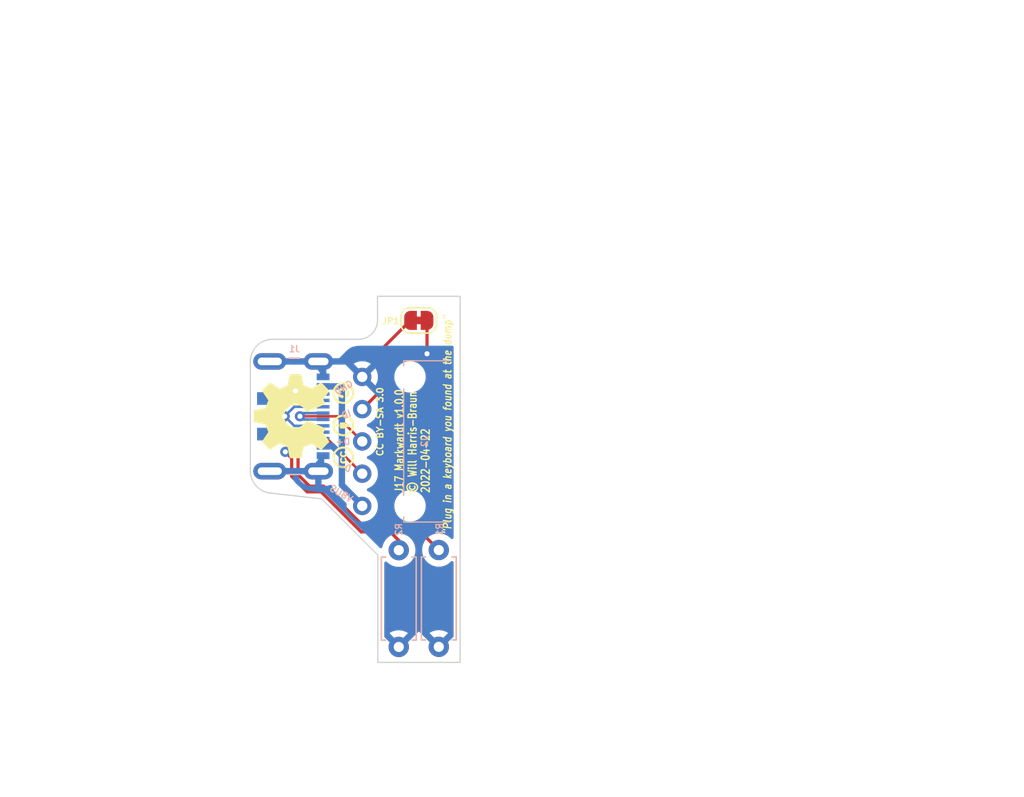
<source format=kicad_pcb>
(kicad_pcb (version 20211014) (generator pcbnew)
  (title_block (comment 4 "AISLER Project ID: IFRABZNE"))
  (layers (0 "F.Cu" signal) (31 "B.Cu" signal) (34 "B.Paste" user) (35 "F.Paste" user) (36 "B.SilkS" user "B.Silkscreen") (37 "F.SilkS" user "F.Silkscreen") (38 "B.Mask" user) (39 "F.Mask" user) (44 "Edge.Cuts" user))
  (net 0 "")
  (net 2 "Net-(J1-PadB5)")
  (net 4 "Net-(J1-PadA5)")
  (net 5 "/VBUS")
  (net 6 "/D+")
  (net 7 "/D-")
  (net 8 "/ID")
  (net 9 "/GND")
  (footprint "Jumper:SolderJumper-2_P1.3mm_Bridged_RoundedPad1.0x1.5mm" (layer "F.Cu") (at 128.688021 71.75179 180)
    (fp_text reference "JP1")
    (fp_text value "SolderJumper_2_Bridged" hide)
  )
  (footprint "MyLibrary:8292200520001101" (layer "F.Cu") (at 124.238021 76.2)
    (fp_text reference "J2")
    (fp_text value "829-22-005-20-001101" hide)
  )
  (footprint "Symbol:OSHW-Symbol_6.7x6mm_SilkScreen" (layer "F.Cu") (at 118.688021 79.30179 90)
    (fp_text reference "REF**" hide)
    (fp_text value "OSHW-Symbol_6.7x6mm_SilkScreen" hide)
  )
  (footprint "Connector_USB:USB_C_Receptacle_JAE_DX07S016JA1R1500" (layer "B.Cu") (at 118.113997 79.30179 90)
    (fp_text reference "J1")
    (fp_text value "USB_C_Receptacle_USB2.0" hide)
  )
  (footprint "Resistor_THT:R_Axial_DIN0207_L6.3mm_D2.5mm_P7.62mm_Horizontal" (layer "B.Cu") (at 127.113021 97.46179 90)
    (fp_text reference "R2")
    (fp_text value "5.1k")
  )
  (footprint "Resistor_THT:R_Axial_DIN0207_L6.3mm_D2.5mm_P7.62mm_Horizontal" (layer "B.Cu") (at 130.263021 97.45179 90)
    (fp_text reference "R1")
    (fp_text value "5.1k")
  )
  (gr_poly (pts (xy 122.489472 82.74842) (xy 122.490899 82.729807) (xy 122.493284 82.711892) (xy 122.496627 82.694675) (xy 122.500928 82.678155) (xy 122.506186 82.662333) (xy 122.512402 82.647208) (xy 122.519575 82.632781) (xy 122.527706 82.61905) (xy 122.536795 82.606016) (xy 122.54684 82.593679) (xy 122.557843 82.582039) (xy 122.569803 82.571095) (xy 122.58272 82.560847) (xy 122.596594 82.551295) (xy 122.611425 82.542439) (xy 122.611426 82.542439) (xy 122.670401 82.655866) (xy 122.665771 82.65817) (xy 122.661317 82.660538) (xy 122.657038 82.66297) (xy 122.652935 82.665466) (xy 122.649009 82.668026) (xy 122.645258 82.670651) (xy 122.641685 82.67334) (xy 122.638287 82.676093) (xy 122.635067 82.678911) (xy 122.632023 82.681793) (xy 122.629157 82.68474) (xy 122.626467 82.687752) (xy 122.623955 82.690829) (xy 122.62162 82.69397) (xy 122.619464 82.697177) (xy 122.617484 82.700448) (xy 122.615658 82.703742) (xy 122.613949 82.707007) (xy 122.612357 82.710241) (xy 122.610882 82.713446) (xy 122.609525 82.716622) (xy 122.608286 82.719767) (xy 122.607164 82.722884) (xy 122.60616 82.72597) (xy 122.605274 82.729028) (xy 122.604506 82.732056) (xy 122.603856 82.735054) (xy 122.603324 82.738023) (xy 122.602909 82.740963) (xy 122.602614 82.743874) (xy 122.602436 82.746755) (xy 122.602377 82.749608) (xy 122.602523 82.756581) (xy 122.602961 82.763334) (xy 122.603692 82.769865) (xy 122.604715 82.776176) (xy 122.60603 82.782265) (xy 122.607637 82.788133) (xy 122.609537 82.79378) (xy 122.611729 82.799205) (xy 122.614213 82.80441) (xy 122.61699 82.809393) (xy 122.620059 82.814155) (xy 122.62342 82.818696) (xy 122.627074 82.823015) (xy 122.63102 82.827113) (xy 122.635258 82.830989) (xy 122.639789 82.834645) (xy 122.644612 82.838079) (xy 122.649727 82.841291) (xy 122.655135 82.844282) (xy 122.660836 82.847052) (xy 122.666828 82.8496) (xy 122.673114 82.851927) (xy 122.679691 82.854032) (xy 122.686561 82.855916) (xy 122.693724 82.857578) (xy 122.701179 82.859018) (xy 122.708926 82.860237) (xy 122.716966 82.861235) (xy 122.725299 82.862011) (xy 122.733924 82.862565) (xy 122.742841 82.862897) (xy 122.752052 82.863008) (xy 122.760448 82.862896) (xy 122.768631 82.862559) (xy 122.776601 82.861998) (xy 122.784358 82.861213) (xy 122.791903 82.860203) (xy 122.799234 82.858969) (xy 122.806353 82.85751) (xy 122.81326 82.855828) (xy 122.819954 82.853921) (xy 122.826435 82.85179) (xy 122.832705 82.849435) (xy 122.838763 82.846856) (xy 122.844608 82.844053) (xy 122.850242 82.841027) (xy 122.855664 82.837776) (xy 122.860875 82.834301) (xy 122.86582 82.830603) (xy 122.870447 82.826692) (xy 122.874755 82.822568) (xy 122.878744 82.818232) (xy 122.880618 82.815984) (xy 122.882414 82.813683) (xy 122.884129 82.811329) (xy 122.885765 82.808922) (xy 122.887321 82.806461) (xy 122.888797 82.803948) (xy 122.890193 82.801381) (xy 122.89151 82.798761) (xy 122.893904 82.793361) (xy 122.895979 82.787749) (xy 122.897735 82.781924) (xy 122.899172 82.775886) (xy 122.900289 82.769635) (xy 122.901088 82.763172) (xy 122.901567 82.756496) (xy 122.901726 82.749608) (xy 122.901443 82.740517) (xy 122.900592 82.731769) (xy 122.899173 82.723364) (xy 122.897188 82.715302) (xy 122.894635 82.707582) (xy 122.891516 82.700205) (xy 122.887829 82.69317) (xy 122.883576 82.686478) (xy 122.878756 82.680128) (xy 122.873369 82.67412) (xy 122.867415 82.668455) (xy 122.860895 82.663131) (xy 122.853809 82.65815) (xy 122.846156 82.65351) (xy 122.837937 82.649212) (xy 122.829151 82.645256) (xy 122.882068 82.540957) (xy 122.889718 82.545215) (xy 122.89716 82.549674) (xy 122.904395 82.554333) (xy 122.911422 82.559194) (xy 122.918242 82.564255) (xy 122.924855 82.569517) (xy 122.93126 82.574981) (xy 122.937458 82.580645) (xy 122.943449 82.58651) (xy 122.949233 82.592576) (xy 122.95481 82.598843) (xy 122.96018 82.605311) (xy 122.965343 82.611979) (xy 122.9703 82.618849) (xy 122.97505 82.625919) (xy 122.979593 82.633191) (xy 122.983899 82.640601) (xy 122.987926 82.648107) (xy 122.991676 82.655709) (xy 122.995147 82.663407) (xy 122.998339 82.6712) (xy 123.001254 82.679089) (xy 123.003891 82.687073) (xy 123.00625 82.695153) (xy 123.008331 82.703328) (xy 123.010134 82.711598) (xy 123.01166 82.719963) (xy 123.012908 82.728422) (xy 123.013879 82.736977) (xy 123.014572 82.745626) (xy 123.014988 82.754369) (xy 123.015127 82.763207) (xy 123.014855 82.77721) (xy 123.014041 82.79087) (xy 123.012684 82.804189) (xy 123.010784 82.817166) (xy 123.008341 82.829801) (xy 123.005354 82.842093) (xy 123.001824 82.854043) (xy 122.99775 82.865651) (xy 122.993132 82.876915) (xy 122.987971 82.887838) (xy 122.982265 82.898417) (xy 122.976015 82.908653) (xy 122.96922 82.918546) (xy 122.961881 82.928096) (xy 122.953997 82.937303) (xy 122.945568 82.946167) (xy 122.936663 82.954586) (xy 122.927334 82.962463) (xy 122.917579 82.969797) (xy 122.907399 82.976587) (xy 122.896793 82.982834) (xy 122.885763 82.988538) (xy 122.874307 82.993699) (xy 122.862426 82.998316) (xy 122.85012 83.00239) (xy 122.837389 83.005921) (xy 122.824232 83.008909) (xy 122.810651 83.011353) (xy 122.796645 83.013255) (xy 122.782214 83.014613) (xy 122.767359 83.015427) (xy 122.752078 83.015699) (xy 122.737152 83.015424) (xy 122.722617 83.0146) (xy 122.708473 83.013227) (xy 122.694718 83.011304) (xy 122.681354 83.008832) (xy 122.66838 83.005811) (xy 122.655796 83.00224) (xy 122.643602 82.998121) (xy 122.631798 82.993452) (xy 122.620383 82.988234) (xy 122.609358 82.982468) (xy 122.598722 82.976152) (xy 122.588475 82.969287) (xy 122.578618 82.961873) (xy 122.569149 82.953911) (xy 122.56007 82.945399) (xy 122.551467 82.936469) (xy 122.543419 82.927248) (xy 122.535925 82.917738) (xy 122.528985 82.907939) (xy 122.522601 82.897849) (xy 122.516771 82.88747) (xy 122.511496 82.876801) (xy 122.506776 82.865842) (xy 122.502611 82.854594) (xy 122.499001 82.843055) (xy 122.495946 82.831226) (xy 122.493447 82.819107) (xy 122.491503 82.806699) (xy 122.490114 82.794) (xy 122.489281 82.781011) (xy 122.489003 82.767732)) (layer "F.SilkS") (width 0.015) (fill solid))
  (gr_poly (pts (xy 122.487451 79.846997) (xy 122.487637 79.844405) (xy 122.487947 79.841848) (xy 122.488381 79.839326) (xy 122.48894 79.836839) (xy 122.489622 79.834388) (xy 122.490428 79.831972) (xy 122.491358 79.829591) (xy 122.492412 79.827247) (xy 122.49359 79.824938) (xy 122.494893 79.822664) (xy 122.496319 79.820427) (xy 122.497869 79.818226) (xy 122.499544 79.816062) (xy 122.501342 79.813933) (xy 122.503264 79.811841) (xy 122.505275 79.809836) (xy 122.50734 79.80796) (xy 122.509457 79.806211) (xy 122.511628 79.80459) (xy 122.513852 79.803098) (xy 122.516129 79.801735) (xy 122.518459 79.800501) (xy 122.520843 79.799396) (xy 122.523279 79.79842) (xy 122.525768 79.797574) (xy 122.52831 79.796857) (xy 122.530905 79.79627) (xy 122.533553 79.795813) (xy 122.536254 79.795487) (xy 122.539008 79.795291) (xy 122.541814 79.795225) (xy 122.541814 79.795226) (xy 122.888021 79.795226) (xy 122.888021 79.891957) (xy 123.299237 79.891957) (xy 123.299237 80.155059) (xy 122.888048 80.155059) (xy 122.888048 80.25179) (xy 122.541814 80.25179) (xy 122.539003 80.251728) (xy 122.536247 80.251542) (xy 122.533544 80.251232) (xy 122.530894 80.250799) (xy 122.528299 80.250241) (xy 122.525756 80.249559) (xy 122.523268 80.248754) (xy 122.520833 80.247825) (xy 122.518451 80.246772) (xy 122.516122 80.245596) (xy 122.513847 80.244296) (xy 122.511624 80.242872) (xy 122.509455 80.241325) (xy 122.507339 80.239654) (xy 122.505275 80.23786) (xy 122.503264 80.235942) (xy 122.501346 80.233926) (xy 122.499551 80.231858) (xy 122.497879 80.229737) (xy 122.49633 80.227563) (xy 122.494904 80.225337) (xy 122.493602 80.223058) (xy 122.492423 80.220727) (xy 122.491368 80.218344) (xy 122.490436 80.215908) (xy 122.489629 80.213419) (xy 122.488945 80.210879) (xy 122.488385 80.208286) (xy 122.48795 80.205641) (xy 122.487638 80.202943) (xy 122.487452 80.200194) (xy 122.487389 80.197392) (xy 122.487389 79.849624)) (layer "F.SilkS") (width 0.015) (fill solid))
  (gr_poly (pts (xy 122.204799 80.016275) (xy 122.205148 80.009247) (xy 122.205731 80.00245) (xy 122.206547 79.995883) (xy 122.207597 79.989547) (xy 122.208879 79.983442) (xy 122.210395 79.977568) (xy 122.212144 79.971924) (xy 122.214126 79.966511) (xy 122.216342 79.961328) (xy 122.218791 79.956376) (xy 122.221473 79.951655) (xy 122.224388 79.947164) (xy 122.227537 79.942903) (xy 122.230918 79.938874) (xy 122.234534 79.935074) (xy 122.238382 79.931505) (xy 122.242464 79.928167) (xy 122.246779 79.925059) (xy 122.251328 79.922181) (xy 122.25611 79.919534) (xy 122.261125 79.917117) (xy 122.266374 79.91493) (xy 122.271856 79.912974) (xy 122.277571 79.911248) (xy 122.28352 79.909752) (xy 122.289702 79.908486) (xy 122.296118 79.90745) (xy 122.302767 79.906645) (xy 122.309649 79.90607) (xy 122.316765 79.905725) (xy 122.324115 79.90561) (xy 122.331369 79.905725) (xy 122.338393 79.90607) (xy 122.345187 79.906646) (xy 122.351751 79.907453) (xy 122.358084 79.908489) (xy 122.364188 79.909756) (xy 122.370061 79.911253) (xy 122.375703 79.912981) (xy 122.381116 79.914939) (xy 122.386298 79.917127) (xy 122.39125 79.919546) (xy 122.395971 79.922195) (xy 122.400463 79.925074) (xy 122.404724 79.928184) (xy 122.408755 79.931524) (xy 122.412555 79.935094) (xy 122.416125 79.938895) (xy 122.419465 79.942925) (xy 122.422575 79.947186) (xy 122.425454 79.951678) (xy 122.428103 79.956399) (xy 122.430522 79.961351) (xy 122.43271 79.966534) (xy 122.434668 79.971946) (xy 122.436396 79.977589) (xy 122.437893 79.983462) (xy 122.43916 79.989565) (xy 122.440197 79.995898) (xy 122.441003 80.002462) (xy 122.441579 80.009256) (xy 122.441925 80.01628) (xy 122.44204 80.023534) (xy 122.441925 80.030789) (xy 122.441579 80.037813) (xy 122.441003 80.044607) (xy 122.440197 80.051172) (xy 122.43916 80.057506) (xy 122.437893 80.06361) (xy 122.436396 80.069483) (xy 122.434668 80.075127) (xy 122.43271 80.08054) (xy 122.430522 80.085724) (xy 122.428103 80.090677) (xy 122.425454 80.095399) (xy 122.422575 80.099892) (xy 122.419465 80.104154) (xy 122.416125 80.108186) (xy 122.412555 80.111988) (xy 122.408755 80.115559) (xy 122.404724 80.1189) (xy 122.400463 80.122011) (xy 122.395971 80.124892) (xy 122.39125 80.127542) (xy 122.386298 80.129962) (xy 122.381116 80.132151) (xy 122.375703 80.13411) (xy 122.370061 80.135839) (xy 122.364188 80.137337) (xy 122.358084 80.138604) (xy 122.351751 80.139642) (xy 122.345187 80.140448) (xy 122.338393 80.141025) (xy 122.331369 80.14137) (xy 122.324115 80.141486) (xy 122.309658 80.141025) (xy 122.302779 80.14045) (xy 122.296133 80.139644) (xy 122.28972 80.138608) (xy 122.28354 80.137341) (xy 122.277592 80.135844) (xy 122.271878 80.134117) (xy 122.266397 80.13216) (xy 122.261148 80.129972) (xy 122.256133 80.127554) (xy 122.251351 80.124906) (xy 122.246802 80.122027) (xy 122.242486 80.118918) (xy 122.238403 80.115578) (xy 122.234554 80.112008) (xy 122.230937 80.108207) (xy 122.227554 80.104176) (xy 122.224404 80.099915) (xy 122.221487 80.095423) (xy 122.218803 80.0907) (xy 122.216353 80.085747) (xy 122.214135 80.080563) (xy 122.212152 80.075149) (xy 122.210401 80.069504) (xy 122.208884 80.063629) (xy 122.2076 80.057523) (xy 122.20655 80.051187) (xy 122.205733 80.04462) (xy 122.205149 80.037822) (xy 122.204799 80.030793) (xy 122.204682 80.023534)) (layer "F.SilkS") (width 0.015) (fill solid))
  (gr_poly (pts (xy 121.906844 77.431447) (xy 121.909732 77.388317) (xy 121.914546 77.346037) (xy 121.921285 77.304607) (xy 121.929949 77.264026) (xy 121.940539 77.224296) (xy 121.953055 77.185415) (xy 121.967496 77.147384) (xy 121.983862 77.110202) (xy 122.002154 77.07387) (xy 122.022372 77.038387) (xy 122.044514 77.003754) (xy 122.068583 76.96997) (xy 122.094576 76.937035) (xy 122.122496 76.904949) (xy 122.15234 76.873712) (xy 122.18339 76.843876) (xy 122.215301 76.815963) (xy 122.248073 76.789974) (xy 122.281708 76.765908) (xy 122.316203 76.743767) (xy 122.351561 76.723549) (xy 122.38778 76.705256) (xy 122.424861 76.688887) (xy 122.462804 76.674444) (xy 122.501609 76.661925) (xy 122.541277 76.651332) (xy 122.581806 76.642664) (xy 122.623198 76.635922) (xy 122.665452 76.631106) (xy 122.708569 76.628216) (xy 122.752548 76.627253) (xy 122.796518 76.628198) (xy 122.839589 76.631034) (xy 122.88176 76.635761) (xy 122.923032 76.642378) (xy 122.963405 76.650885) (xy 123.00288 76.661283) (xy 123.041456 76.673571) (xy 123.079133 76.68775) (xy 123.115912 76.703818) (xy 123.151793 76.721777) (xy 123.186776 76.741625) (xy 123.220861 76.763364) (xy 123.254049 76.786992) (xy 123.28634 76.81251) (xy 123.317734 76.839917) (xy 123.348231 76.869214) (xy 123.378623 76.90152) (xy 123.407055 76.934572) (xy 123.433526 76.968368) (xy 123.458036 77.002909) (xy 123.480585 77.038195) (xy 123.501174 77.074225) (xy 123.519801 77.111) (xy 123.536468 77.148518) (xy 123.551174 77.186781) (xy 123.56392 77.225787) (xy 123.574704 77.265536) (xy 123.583528 77.306028) (xy 123.590391 77.347264) (xy 123.595293 77.389243) (xy 123.598234 77.431964) (xy 123.599214 77.475428) (xy 123.59824 77.51798) (xy 123.595316 77.559822) (xy 123.590444 77.600954) (xy 123.583622 77.641377) (xy 123.574851 77.681089) (xy 123.564132 77.720093) (xy 123.551463 77.758386) (xy 123.536845 77.79597) (xy 123.520279 77.832845) (xy 123.501763 77.86901) (xy 123.481298 77.904466) (xy 123.458884 77.939213) (xy 123.434521 77.973251) (xy 123.408209 78.00658) (xy 123.379949 78.039199) (xy 123.349739 78.07111) (xy 123.318176 78.101316) (xy 123.285845 78.129574) (xy 123.252748 78.155883) (xy 123.218882 78.180245) (xy 123.184249 78.202658) (xy 123.148849 78.223123) (xy 123.11268 78.241639) (xy 123.075743 78.258207) (xy 123.038037 78.272826) (xy 122.999564 78.285497) (xy 122.960321 78.296218) (xy 122.92031 78.30499) (xy 122.87953 78.311813) (xy 122.837981 78.316687) (xy 122.795662 78.319611) (xy 122.752574 78.320586) (xy 122.752548 78.320585) (xy 122.752548 78.167895) (xy 122.787586 78.167092) (xy 122.82201 78.164683) (xy 122.855817 78.160668) (xy 122.88901 78.155046) (xy 122.921587 78.147819) (xy 122.953549 78.138985) (xy 122.984897 78.128545) (xy 123.015629 78.1165) (xy 123.045748 78.102848) (xy 123.075251 78.08759) (xy 123.104141 78.070726) (xy 123.132417 78.052256) (xy 123.160078 78.032179) (xy 123.187126 78.010497) (xy 123.21356 77.987208) (xy 123.239381 77.962314) (xy 123.264285 77.936304) (xy 123.28758 77.909681) (xy 123.309269 77.882443) (xy 123.329349 77.854592) (xy 123.347823 77.826126) (xy 123.364689 77.797046) (xy 123.379948 77.767352) (xy 123.3936 77.737044) (xy 123.405645 77.706122) (xy 123.416084 77.674585) (xy 123.424917 77.642434) (xy 123.432143 77.609669) (xy 123.437763 77.57629) (xy 123.441778 77.542296) (xy 123.444186 77.507687) (xy 123.444989 77.472464) (xy 123.44418 77.43741) (xy 123.441753 77.402922) (xy 123.437708 77.369) (xy 123.432045 77.335643) (xy 123.424764 77.302853) (xy 123.415865 77.270629) (xy 123.405348 77.238972) (xy 123.393213 77.207881) (xy 123.37946 77.177357) (xy 123.364088 77.1474) (xy 123.347098 77.11801) (xy 123.32849 77.089187) (xy 123.308263 77.060932) (xy 123.286418 77.033244) (xy 123.262955 77.006124) (xy 123.237873 76.979572) (xy 123.213299 76.955403) (xy 123.187958 76.932794) (xy 123.161849 76.911744) (xy 123.134973 76.892254) (xy 123.107328 76.874323) (xy 123.078916 76.857952) (xy 123.049735 76.84314) (xy 123.019787 76.829887) (xy 122.98907 76.818194) (xy 122.957586 76.80806) (xy 122.925333 76.799485) (xy 122.892313 76.792469) (xy 122.858524 76.787012) (xy 122.823967 76.783115) (xy 122.788641 76.780776) (xy 122.752548 76.779997) (xy 122.716622 76.780788) (xy 122.681404 76.783163) (xy 122.646894 76.78712) (xy 122.613092 76.792661) (xy 122.579998 76.799784) (xy 122.547612 76.808489) (xy 122.515934 76.818778) (xy 122.484965 76.830648) (xy 122.454704 76.844101) (xy 122.425151 76.859135) (xy 122.396308 76.875752) (xy 122.368173 76.893951) (xy 122.340747 76.913731) (xy 122.31403 76.935093) (xy 122.288023 76.958037) (xy 122.262725 76.982562) (xy 122.237999 77.008041) (xy 122.21487 77.034206) (xy 122.193337 77.061056) (xy 122.173401 77.088591) (xy 122.15506 77.116811) (xy 122.138316 77.145715) (xy 122.123167 77.175305) (xy 122.109613 77.205579) (xy 122.097655 77.236538) (xy 122.087292 77.268181) (xy 122.078524 77.300509) (xy 122.07135 77.333521) (xy 122.065771 77.367217) (xy 122.061786 77.401598) (xy 122.059395 77.436662) (xy 122.058598 77.472411) (xy 122.059396 77.508159) (xy 122.061788 77.543209) (xy 122.065776 77.577562) (xy 122.071358 77.611219) (xy 122.078534 77.644178) (xy 122.087306 77.676441) (xy 122.097672 77.708007) (xy 122.109633 77.738876) (xy 122.123189 77.769049) (xy 122.138339 77.798525) (xy 122.155084 77.827304) (xy 122.173423 77.855387) (xy 122.193357 77.882773) (xy 122.214885 77.909463) (xy 122.238008 77.935456) (xy 122.262725 77.960753) (xy 122.289269 77.985839) (xy 122.316356 78.009307) (xy 122.343986 78.031155) (xy 122.372158 78.051385) (xy 122.400873 78.069996) (xy 122.43013 78.086988) (xy 122.45993 78.102361) (xy 122.490273 78.116116) (xy 122.521158 78.128252) (xy 122.552586 78.13877) (xy 122.584556 78.14767) (xy 122.617069 78.154951) (xy 122.650125 78.160614) (xy 122.683723 78.164659) (xy 122.717864 78.167086) (xy 122.752548 78.167895) (xy 122.752548 78.320585) (xy 122.70966 78.319611) (xy 122.667466 78.316687) (xy 122.625991 78.311813) (xy 122.585237 78.30499) (xy 122.545203 78.296218) (xy 122.505889 78.285497) (xy 122.467295 78.272826) (xy 122.429422 78.258207) (xy 122.392269 78.241639) (xy 122.355836 78.223123) (xy 122.320123 78.202658) (xy 122.285131 78.180245) (xy 122.250859 78.155883) (xy 122.217308 78.129574) (xy 122.184477 78.101316) (xy 122.152367 78.07111) (xy 122.122517 78.039906) (xy 122.094594 78.007898) (xy 122.068597 77.975087) (xy 122.044526 77.941472) (xy 122.02238 77.907053) (xy 122.002161 77.871831) (xy 121.983867 77.835805) (xy 121.967499 77.798977) (xy 121.953057 77.761344) (xy 121.940541 77.722909) (xy 121.92995 77.68367) (xy 121.921285 77.643628) (xy 121.914546 77.602782) (xy 121.909732 77.561134) (xy 121.906844 77.518682) (xy 121.905881 77.475428)) (layer "F.SilkS") (width 0.015) (fill solid))
  (gr_poly (pts (xy 122.489472 82.258581) (xy 122.490899 82.239987) (xy 122.493284 82.222101) (xy 122.496627 82.204924) (xy 122.500928 82.188454) (xy 122.506186 82.172694) (xy 122.512402 82.157642) (xy 122.519575 82.143298) (xy 122.527706 82.129664) (xy 122.536795 82.11674) (xy 122.54684 82.104525) (xy 122.557843 82.093019) (xy 122.569803 82.082223) (xy 122.58272 82.072138) (xy 122.596594 82.062762) (xy 122.611425 82.054098) (xy 122.611426 82.054098) (xy 122.670401 82.16599) (xy 122.665771 82.16829) (xy 122.661317 82.170655) (xy 122.657038 82.173087) (xy 122.652935 82.175583) (xy 122.649009 82.178145) (xy 122.645258 82.180772) (xy 122.641685 82.183464) (xy 122.638287 82.186221) (xy 122.635067 82.189042) (xy 122.632023 82.191929) (xy 122.629157 82.194879) (xy 122.626467 82.197895) (xy 122.623955 82.200975) (xy 122.62162 82.204119) (xy 122.619464 82.207327) (xy 122.617484 82.210599) (xy 122.615658 82.213904) (xy 122.613949 82.21719) (xy 122.612357 82.220459) (xy 122.610882 82.223709) (xy 122.609525 82.226941) (xy 122.608286 82.230154) (xy 122.607164 82.233349) (xy 122.60616 82.236524) (xy 122.605274 82.239681) (xy 122.604506 82.242819) (xy 122.603856 82.245938) (xy 122.603324 82.249037) (xy 122.602909 82.252117) (xy 122.602614 82.255178) (xy 122.602436 82.258219) (xy 122.602377 82.26124) (xy 122.602523 82.268216) (xy 122.602961 82.274971) (xy 122.603692 82.281504) (xy 122.604715 82.287817) (xy 122.60603 82.293908) (xy 122.607637 82.299777) (xy 122.609537 82.305426) (xy 122.611729 82.310853) (xy 122.614213 82.316059) (xy 122.61699 82.321043) (xy 122.620059 82.325806) (xy 122.62342 82.330348) (xy 122.627074 82.334668) (xy 122.63102 82.338767) (xy 122.635258 82.342644) (xy 122.639789 82.3463) (xy 122.644612 82.349735) (xy 122.649727 82.352948) (xy 122.655135 82.355939) (xy 122.660836 82.358709) (xy 122.666828 82.361258) (xy 122.673114 82.363585) (xy 122.679691 82.36569) (xy 122.686561 82.367574) (xy 122.693724 82.369236) (xy 122.701179 82.370677) (xy 122.708926 82.371896) (xy 122.716966 82.372893) (xy 122.725299 82.373669) (xy 122.733924 82.374223) (xy 122.742841 82.374556) (xy 122.752052 82.374667) (xy 122.760448 82.374554) (xy 122.768631 82.374217) (xy 122.776601 82.373654) (xy 122.784358 82.372867) (xy 122.791903 82.371855) (xy 122.799234 82.370619) (xy 122.806353 82.369158) (xy 122.81326 82.367473) (xy 122.819954 82.365564) (xy 122.826435 82.363431) (xy 122.832705 82.361074) (xy 122.838763 82.358493) (xy 122.844608 82.355688) (xy 122.850242 82.35266) (xy 122.855664 82.349408) (xy 122.860875 82.345933) (xy 122.86582 82.34224) (xy 122.870447 82.338334) (xy 122.874755 82.334215) (xy 122.876789 82.332076) (xy 122.878744 82.329883) (xy 122.880618 82.327637) (xy 122.882414 82.325338) (xy 122.884129 82.322986) (xy 122.885765 82.32058) (xy 122.887321 82.31812) (xy 122.888797 82.315608) (xy 122.890193 82.313042) (xy 122.89151 82.310423) (xy 122.893904 82.305024) (xy 122.895979 82.299411) (xy 122.897735 82.293585) (xy 122.899172 82.287544) (xy 122.900289 82.281289) (xy 122.901088 82.274821) (xy 122.901567 82.268137) (xy 122.901726 82.26124) (xy 122.901443 82.252158) (xy 122.900592 82.243418) (xy 122.899173 82.235019) (xy 122.897188 82.226961) (xy 122.894635 82.219246) (xy 122.891516 82.211872) (xy 122.887829 82.20484) (xy 122.883576 82.19815) (xy 122.878756 82.191802) (xy 122.873369 82.185797) (xy 122.867415 82.180135) (xy 122.860895 82.174815) (xy 122.853809 82.169839) (xy 122.846156 82.165205) (xy 122.837937 82.160915) (xy 122.829151 82.156968) (xy 122.882068 82.051134) (xy 122.889718 82.05557) (xy 122.89716 82.060196) (xy 122.904395 82.065013) (xy 122.911422 82.070019) (xy 122.918242 82.075214) (xy 122.924855 82.080599) (xy 122.93126 82.086173) (xy 122.937458 82.091936) (xy 122.943449 82.097888) (xy 122.949233 82.104029) (xy 122.95481 82.110358) (xy 122.96018 82.116875) (xy 122.965343 82.123581) (xy 122.9703 82.130474) (xy 122.97505 82.137555) (xy 122.979593 82.144823) (xy 122.983899 82.152236) (xy 122.987926 82.159732) (xy 122.991676 82.16731) (xy 122.995147 82.174971) (xy 122.998339 82.182714) (xy 123.001254 82.19054) (xy 123.003891 82.198448) (xy 123.00625 82.206438) (xy 123.008331 82.214511) (xy 123.010134 82.222667) (xy 123.01166 82.230904) (xy 123.012908 82.239225) (xy 123.013879 82.247628) (xy 123.014572 82.256113) (xy 123.014988 82.264681) (xy 123.015127 82.273331) (xy 123.014855 82.287517) (xy 123.014041 82.301342) (xy 123.012684 82.314805) (xy 123.010784 82.327907) (xy 123.008341 82.340648) (xy 123.005354 82.353028) (xy 123.001824 82.365046) (xy 122.99775 82.376704) (xy 122.993132 82.388001) (xy 122.987971 82.398937) (xy 122.982265 82.409512) (xy 122.976015 82.419726) (xy 122.96922 82.42958) (xy 122.961881 82.439073) (xy 122.953997 82.448206) (xy 122.945568 82.456979) (xy 122.936663 82.465321) (xy 122.927334 82.473124) (xy 122.917579 82.480388) (xy 122.907399 82.487113) (xy 122.896793 82.493299) (xy 122.885763 82.498946) (xy 122.874307 82.504055) (xy 122.862426 82.508625) (xy 122.85012 82.512657) (xy 122.837389 82.516151) (xy 122.824232 82.519107) (xy 122.810651 82.521525) (xy 122.796645 82.523406) (xy 122.782214 82.524749) (xy 122.767359 82.525555) (xy 122.752078 82.525823) (xy 122.737152 82.525549) (xy 122.722617 82.524725) (xy 122.708473 82.523353) (xy 122.694718 82.521432) (xy 122.681354 82.518961) (xy 122.66838 82.515941) (xy 122.655796 82.512371) (xy 122.643602 82.508252) (xy 122.631798 82.503583) (xy 122.620383 82.498364) (xy 122.609358 82.492595) (xy 122.598722 82.486276) (xy 122.588475 82.479407) (xy 122.578618 82.471987) (xy 122.569149 82.464017) (xy 122.56007 82.455497) (xy 122.551467 82.446571) (xy 122.543419 82.437355) (xy 122.535925 82.427849) (xy 122.528985 82.418052) (xy 122.522601 82.407966) (xy 122.516771 82.397589) (xy 122.511496 82.386923) (xy 122.506776 82.375966) (xy 122.502611 82.36472) (xy 122.499001 82.353184) (xy 122.495946 82.341358) (xy 122.493447 82.329242) (xy 122.491503 82.316837) (xy 122.490114 82.304142) (xy 122.489281 82.291157) (xy 122.489003 82.277882)) (layer "F.SilkS") (width 0.015) (fill solid))
  (gr_poly (pts (xy 122.307042 77.453876) (xy 122.308549 77.429891) (xy 122.31106 77.406542) (xy 122.314575 77.38383) (xy 122.319094 77.361754) (xy 122.324617 77.340314) (xy 122.331143 77.319512) (xy 122.338673 77.299347) (xy 122.347207 77.27982) (xy 122.356743 77.26093) (xy 122.367283 77.242678) (xy 122.378825 77.225065) (xy 122.391371 77.20809) (xy 122.404918 77.191753) (xy 122.419469 77.176055) (xy 122.435021 77.160997) (xy 122.451368 77.146718) (xy 122.468283 77.133361) (xy 122.485765 77.120924) (xy 122.503814 77.109408) (xy 122.52243 77.098814) (xy 122.541613 77.08914) (xy 122.561363 77.080388) (xy 122.58168 77.072556) (xy 122.602563 77.065646) (xy 122.624014 77.059657) (xy 122.646031 77.05459) (xy 122.668614 77.050443) (xy 122.691764 77.047218) (xy 122.715481 77.044915) (xy 122.739764 77.043533) (xy 122.764613 77.043072) (xy 122.788738 77.04355) (xy 122.812349 77.044986) (xy 122.835446 77.047377) (xy 122.858028 77.050726) (xy 122.880095 77.055031) (xy 122.901648 77.060292) (xy 122.922686 77.06651) (xy 122.94321 77.073684) (xy 122.963219 77.081815) (xy 122.982714 77.090901) (xy 123.001695 77.100944) (xy 123.020162 77.111942) (xy 123.038114 77.123897) (xy 123.055552 77.136807) (xy 123.072476 77.150673) (xy 123.088886 77.165495) (xy 123.104535 77.181096) (xy 123.119175 77.197262) (xy 123.132806 77.213993) (xy 123.145429 77.23129) (xy 123.157043 77.249152) (xy 123.167648 77.267579) (xy 123.177243 77.286573) (xy 123.185829 77.306134) (xy 123.193406 77.326261) (xy 123.199973 77.346955) (xy 123.20553 77.368217) (xy 123.210077 77.390046) (xy 123.213614 77.412444) (xy 123.21614 77.43541) (xy 123.217656 77.458944) (xy 123.218161 77.483047) (xy 123.217825 77.500848) (xy 123.216816 77.518341) (xy 123.215133 77.535527) (xy 123.212778 77.552406) (xy 123.20975 77.568978) (xy 123.206048 77.585243) (xy 123.201673 77.6012) (xy 123.196624 77.616851) (xy 123.190903 77.632194) (xy 123.184507 77.647229) (xy 123.177438 77.661958) (xy 123.169696 77.676379) (xy 123.161279 77.690493) (xy 123.152189 77.704299) (xy 123.142425 77.717797) (xy 123.131987 77.730988) (xy 123.120928 77.743706) (xy 123.109304 77.755772) (xy 123.097113 77.767189) (xy 123.084356 77.777955) (xy 123.071032 77.788071) (xy 123.057142 77.797537) (xy 123.042685 77.806354) (xy 123.027661 77.814521) (xy 123.012071 77.822038) (xy 122.995914 77.828906) (xy 122.97919 77.835124) (xy 122.961898 77.840693) (xy 122.94404 77.845613) (xy 122.925615 77.849885) (xy 122.906622 77.853507) (xy 122.887062 77.85648) (xy 122.887062 77.643253) (xy 122.89655 77.642615) (xy 122.905738 77.641643) (xy 122.914624 77.640337) (xy 122.923209 77.638697) (xy 122.931492 77.636724) (xy 122.939475 77.634417) (xy 122.947156 77.631776) (xy 122.954536 77.628801) (xy 122.961614 77.625493) (xy 122.968392 77.621851) (xy 122.974868 77.617875) (xy 122.981043 77.613565) (xy 122.986917 77.608922) (xy 122.99249 77.603944) (xy 122.997761 77.598633) (xy 123.002731 77.592988) (xy 123.0074 77.58701) (xy 123.011768 77.580697) (xy 123.015834 77.574051) (xy 123.0196 77.567071) (xy 123.023064 77.559758) (xy 123.026226 77.55211) (xy 123.029088 77.544129) (xy 123.031648 77.535814) (xy 123.033908 77.527165) (xy 123.035866 77.518182) (xy 123.037522 77.508866) (xy 123.038878 77.499216) (xy 123.039932 77.489232) (xy 123.040685 77.478914) (xy 123.041137 77.468262) (xy 123.041287 77.457277) (xy 123.040986 77.44627) (xy 123.040082 77.435532) (xy 123.038575 77.425065) (xy 123.036466 77.414868) (xy 123.033755 77.404942) (xy 123.030441 77.395286) (xy 123.026524 77.385901) (xy 123.022006 77.376787) (xy 123.016885 77.367945) (xy 123.011163 77.359374) (xy 123.004838 77.351075) (xy 122.997911 77.343048) (xy 122.990383 77.335293) (xy 122.982253 77.32781) (xy 122.973521 77.320599) (xy 122.964188 77.313661) (xy 122.954352 77.307063) (xy 122.944114 77.30089) (xy 122.933472 77.295144) (xy 122.922429 77.289823) (xy 122.910983 77.284929) (xy 122.899135 77.28046) (xy 122.886885 77.276417) (xy 122.874233 77.2728) (xy 122.86118 77.269608) (xy 122.847725 77.266842) (xy 122.833869 77.264502) (xy 122.819612 77.262587) (xy 122.804955 77.261098) (xy 122.789897 77.260034) (xy 122.774439 77.259396) (xy 122.75858 77.259183) (xy 122.742009 77.259378) (xy 122.725941 77.259963) (xy 122.710375 77.260938) (xy 122.695312 77.262303) (xy 122.680751 77.264057) (xy 122.666693 77.266202) (xy 122.653137 77.268735) (xy 122.640083 77.271659) (xy 122.627531 77.274971) (xy 122.615481 77.278673) (xy 122.603933 77.282764) (xy 122.592886 77.287245) (xy 122.582341 77.292115) (xy 122.572297 77.297373) (xy 122.562755 77.303021) (xy 122.553713 77.309057) (xy 122.545202 77.315469) (xy 122.537239 77.322221) (xy 122.529826 77.329316) (xy 122.522961 77.336752) (xy 122.516645 77.34453) (xy 122.510878 77.35265) (xy 122.50566 77.361113) (xy 122.500992 77.369918) (xy 122.496872 77.379066) (xy 122.493302 77.388558) (xy 122.49028 77.398393) (xy 122.487808 77.408571) (xy 122.485886 77.419094) (xy 122.484512 77.42996) (xy 122.483688 77.441171) (xy 122.483413 77.452726) (xy 122.483998 77.47332) (xy 122.485751 77.492755) (xy 122.488674 77.511031) (xy 122.492765 77.528148) (xy 122.495249 77.536273) (xy 122.498026 77.544107) (xy 122.501094 77.551653) (xy 122.504455 77.558908) (xy 122.508109 77.565874) (xy 122.512054 77.57255) (xy 122.516292 77.578937) (xy 122.520822 77.585034) (xy 122.525645 77.590842) (xy 122.530759 77.59636) (xy 122.536167 77.601589) (xy 122.541866 77.606528) (xy 122.547858 77.611178) (xy 122.554142 77.615539) (xy 122.560718 77.619609) (xy 122.567587 77.623391) (xy 122.574748 77.626883) (xy 122.582201 77.630086) (xy 122.589947 77.632999) (xy 122.597985 77.635623) (xy 122.606316 77.637958) (xy 122.614939 77.640003) (xy 122.633062 77.643226) (xy 122.633062 77.581234) (xy 122.800887 77.749033) (xy 122.633062 77.916858) (xy 122.633088 77.850395) (xy 122.613896 77.847073) (xy 122.595254 77.843148) (xy 122.577161 77.838621) (xy 122.559617 77.833492) (xy 122.542622 77.827761) (xy 122.526178 77.821427) (xy 122.510282 77.81449) (xy 122.494936 77.80695) (xy 122.480139 77.798808) (xy 122.465892 77.790063) (xy 122.452195 77.780715) (xy 122.439046 77.770765) (xy 122.426447 77.760211) (xy 122.414398 77.749053) (xy 122.402898 77.737293) (xy 122.391947 77.72493) (xy 122.381605 77.712098) (xy 122.37193 77.698924) (xy 122.362922 77.685408) (xy 122.354581 77.671549) (xy 122.346908 77.657348) (xy 122.339902 77.642803) (xy 122.333563 77.627916) (xy 122.327891 77.612687) (xy 122.322887 77.597114) (xy 122.31855 77.581198) (xy 122.31488 77.56494) (xy 122.311878 77.548338) (xy 122.309542 77.531392) (xy 122.307874 77.514104) (xy 122.306873 77.496472) (xy 122.30654 77.478497)) (layer "F.SilkS") (width 0.015) (fill solid))
  (gr_poly (pts (xy 121.906263 79.98089) (xy 121.909132 79.937609) (xy 121.913915 79.8952) (xy 121.920611 79.853664) (xy 121.929221 79.813) (xy 121.939744 79.773209) (xy 121.95218 79.73429) (xy 121.966531 79.696245) (xy 121.982794 79.659073) (xy 122.000972 79.622774) (xy 122.021063 79.587348) (xy 122.043069 79.552796) (xy 122.066988 79.519118) (xy 122.092821 79.486313) (xy 122.120569 79.454383) (xy 122.150231 79.423327) (xy 122.181463 79.393491) (xy 122.213546 79.365578) (xy 122.246479 79.339589) (xy 122.280262 79.315523) (xy 122.314895 79.293382) (xy 122.350379 79.273164) (xy 122.386712 79.254871) (xy 122.423896 79.238502) (xy 122.46193 79.224059) (xy 122.500814 79.21154) (xy 122.540548 79.200947) (xy 122.581133 79.192279) (xy 122.622568 79.185537) (xy 122.664852 79.180721) (xy 122.707987 79.177831) (xy 122.751973 79.176868) (xy 122.796109 79.177813) (xy 122.839312 79.180649) (xy 122.881582 79.185376) (xy 122.922917 79.191993) (xy 122.963319 79.2005) (xy 123.002787 79.210898) (xy 123.041321 79.223186) (xy 123.078922 79.237365) (xy 123.115589 79.253433) (xy 123.151322 79.271392) (xy 123.186122 79.29124) (xy 123.219989 79.312979) (xy 123.252922 79.336607) (xy 123.284922 79.362125) (xy 123.315988 79.389532) (xy 123.346121 79.418829) (xy 123.376701 79.451316) (xy 123.405307 79.484523) (xy 123.431941 79.51845) (xy 123.456601 79.553097) (xy 123.479289 79.588465) (xy 123.500003 79.624552) (xy 123.518745 79.66136) (xy 123.535513 79.698887) (xy 123.550309 79.737135) (xy 123.563131 79.776104) (xy 123.573981 79.815792) (xy 123.582858 79.856202) (xy 123.589762 79.897331) (xy 123.594694 79.939181) (xy 123.597653 79.981752) (xy 123.598639 80.025043) (xy 123.597664 80.067595) (xy 123.59474 80.109437) (xy 123.589866 80.150569) (xy 123.583043 80.190992) (xy 123.57427 80.230704) (xy 123.563548 80.269708) (xy 123.550877 80.308001) (xy 123.536257 80.345585) (xy 123.519688 80.38246) (xy 123.50117 80.418625) (xy 123.480703 80.454081) (xy 123.458287 80.488828) (xy 123.433922 80.522866) (xy 123.407609 80.556195) (xy 123.379347 80.588814) (xy 123.349137 80.620725) (xy 123.317569 80.650931) (xy 123.285235 80.679189) (xy 123.252134 80.705498) (xy 123.218266 80.72986) (xy 123.183631 80.752273) (xy 123.148229 80.772738) (xy 123.112059 80.791254) (xy 123.075121 80.807822) (xy 123.037416 80.822441) (xy 122.998944 80.835112) (xy 122.959703 80.845833) (xy 122.919694 80.854605) (xy 122.878916 80.861428) (xy 122.83737 80.866302) (xy 122.795056 80.869226) (xy 122.751999 80.8702) (xy 122.751999 80.71751) (xy 122.786857 80.716707) (xy 122.821125 80.714298) (xy 122.854801 80.710283) (xy 122.887887 80.704661) (xy 122.920382 80.697434) (xy 122.952286 80.6886) (xy 122.983599 80.67816) (xy 123.01432 80.666115) (xy 123.04445 80.652463) (xy 123.073988 80.637205) (xy 123.102934 80.620341) (xy 123.131288 80.601871) (xy 123.159049 80.581794) (xy 123.186219 80.560112) (xy 123.212795 80.536823) (xy 123.238779 80.511929) (xy 123.263683 80.485919) (xy 123.286979 80.459296) (xy 123.308667 80.432058) (xy 123.328748 80.404207) (xy 123.347221 80.375741) (xy 123.364087 80.346661) (xy 123.379346 80.316967) (xy 123.392998 80.286659) (xy 123.405044 80.255737) (xy 123.415483 80.2242) (xy 123.424315 80.192049) (xy 123.431542 80.159284) (xy 123.437162 80.125905) (xy 123.441176 80.091911) (xy 123.443584 80.057302) (xy 123.444387 80.022079) (xy 123.443579 79.987025) (xy 123.441154 79.952537) (xy 123.437111 79.918615) (xy 123.431451 79.885258) (xy 123.424173 79.852468) (xy 123.415278 79.820244) (xy 123.404764 79.788587) (xy 123.392631 79.757496) (xy 123.37888 79.726972) (xy 123.36351 79.697015) (xy 123.34652 79.667625) (xy 123.327911 79.638802) (xy 123.307681 79.610547) (xy 123.285832 79.582859) (xy 123.262362 79.555739) (xy 123.237271 79.529187) (xy 123.212875 79.505018) (xy 123.187687 79.482409) (xy 123.161707 79.461359) (xy 123.134937 79.441869) (xy 123.107375 79.423938) (xy 123.079021 79.407567) (xy 123.049876 79.392755) (xy 123.019939 79.379502) (xy 122.989211 79.367809) (xy 122.957691 79.357675) (xy 122.92538 79.3491) (xy 122.892277 79.342084) (xy 122.858382 79.336627) (xy 122.823695 79.33273) (xy 122.788217 79.330391) (xy 122.751946 79.329612) (xy 122.716187 79.330403) (xy 122.681103 79.332778) (xy 122.646691 79.336735) (xy 122.612954 79.342276) (xy 122.57989 79.349399) (xy 122.547499 79.358104) (xy 122.515782 79.368393) (xy 122.484737 79.380263) (xy 122.454365 79.393716) (xy 122.424666 79.40875) (xy 122.395639 79.425367) (xy 122.367285 79.443566) (xy 122.339603 79.463346) (xy 122.312593 79.484708) (xy 122.286255 79.507652) (xy 122.260589 79.532177) (xy 122.236059 79.557829) (xy 122.213112 79.584142) (xy 122.191748 79.611119) (xy 122.171966 79.638757) (xy 122.153767 79.667057) (xy 122.13715 79.696019) (xy 122.122116 79.725643) (xy 122.108665 79.755928) (xy 122.096796 79.786875) (xy 122.086509 79.818484) (xy 122.077805 79.850755) (xy 122.070684 79.883686) (xy 122.065145 79.91728) (xy 122.061189 79.951534) (xy 122.058815 79.98645) (xy 122.058023 80.022026) (xy 122.058815 80.057774) (xy 122.06119 80.092824) (xy 122.065147 80.127177) (xy 122.070688 80.160834) (xy 122.077811 80.193793) (xy 122.086518 80.226056) (xy 122.096806 80.257622) (xy 122.108678 80.288491) (xy 122.122132 80.318664) (xy 122.137169 80.34814) (xy 122.153787 80.376919) (xy 122.171989 80.405002) (xy 122.191772 80.432388) (xy 122.213138 80.459078) (xy 122.236085 80.485071) (xy 122.260615 80.510368) (xy 122.287342 80.535454) (xy 122.314601 80.558922) (xy 122.342391 80.58077) (xy 122.370713 80.601) (xy 122.399565 80.619611) (xy 122.428949 80.636603) (xy 122.458864 80.651976) (xy 122.489311 80.665731) (xy 122.520288 80.677867) (xy 122.551797 80.688385) (xy 122.583836 80.697285) (xy 122.616407 80.704566) (xy 122.649509 80.710229) (xy 122.683141 80.714274) (xy 122.717305 80.716701) (xy 122.751999 80.71751) (xy 122.751999 80.8702) (xy 122.751973 80.870201) (xy 122.708876 80.869226) (xy 122.666511 80.866302) (xy 122.624877 80.861428) (xy 122.583976 80.854605) (xy 122.543806 80.845833) (xy 122.504369 80.835112) (xy 122.465663 80.822441) (xy 122.427689 80.807822) (xy 122.390448 80.791254) (xy 122.353938 80.772738) (xy 122.318161 80.752273) (xy 122.283116 80.72986) (xy 122.248803 80.705498) (xy 122.215222 80.679189) (xy 122.182373 80.650931) (xy 122.150257 80.620725) (xy 122.120591 80.589694) (xy 122.092839 80.557837) (xy 122.067002 80.525154) (xy 122.04308 80.491645) (xy 122.021072 80.45731) (xy 122.000978 80.422148) (xy 121.982799 80.38616) (xy 121.966534 80.349346) (xy 121.952183 80.311704) (xy 121.939745 80.273235) (xy 121.929222 80.233939) (xy 121.920612 80.193816) (xy 121.913915 80.152864) (xy 121.909132 80.111085) (xy 121.906263 80.068478) (xy 121.905306 80.025043)) (layer "F.SilkS") (width 0.015) (fill solid))
  (gr_poly (pts (xy 121.906301 82.490905) (xy 121.909208 82.447737) (xy 121.914052 82.405395) (xy 121.920834 82.363877) (xy 121.929553 82.323186) (xy 121.940209 82.28332) (xy 121.952803 82.244281) (xy 121.967334 82.206068) (xy 121.983801 82.168681) (xy 122.002206 82.132121) (xy 122.022547 82.096389) (xy 122.044825 82.061484) (xy 122.069039 82.027406) (xy 122.09519 81.994156) (xy 122.123277 81.961734) (xy 122.153299 81.93014) (xy 122.16836 81.915441) (xy 122.183688 81.90119) (xy 122.199281 81.887385) (xy 122.215141 81.874029) (xy 122.231267 81.86112) (xy 122.24766 81.848659) (xy 122.264318 81.836646) (xy 122.281242 81.825081) (xy 122.298432 81.813964) (xy 122.315887 81.803296) (xy 122.333608 81.793077) (xy 122.351594 81.783306) (xy 122.369846 81.773985) (xy 122.388363 81.765112) (xy 122.407144 81.756689) (xy 122.426191 81.748715) (xy 122.445448 81.741213) (xy 122.464853 81.734192) (xy 122.484404 81.727655) (xy 122.504103 81.721601) (xy 122.523949 81.71603) (xy 122.543943 81.710942) (xy 122.564084 81.706338) (xy 122.584372 81.702218) (xy 122.604808 81.698582) (xy 122.625392 81.69543) (xy 122.646123 81.692762) (xy 122.667002 81.690579) (xy 122.688029 81.688881) (xy 122.709204 81.687668) (xy 122.730527 81.68694) (xy 122.751999 81.686697) (xy 122.773647 81.686937) (xy 122.795124 81.687656) (xy 122.81643 81.688853) (xy 122.837564 81.69053) (xy 122.858527 81.692685) (xy 122.879318 81.695318) (xy 122.899938 81.69843) (xy 122.920386 81.70202) (xy 122.940662 81.706087) (xy 122.960767 81.710632) (xy 122.980699 81.715655) (xy 123.00046 81.721155) (xy 123.020048 81.727131) (xy 123.039464 81.733585) (xy 123.058708 81.740515) (xy 123.07778 81.747922) (xy 123.096632 81.755804) (xy 123.115208 81.764141) (xy 123.133506 81.772934) (xy 123.151528 81.782181) (xy 123.169273 81.791882) (xy 123.18674 81.802039) (xy 123.203931 81.81265) (xy 123.220844 81.823715) (xy 123.237479 81.835234) (xy 123.253837 81.847208) (xy 123.269917 81.859635) (xy 123.285719 81.872517) (xy 123.301243 81.885852) (xy 123.316489 81.899641) (xy 123.331457 81.913883) (xy 123.346147 81.928579) (xy 123.361228 81.944202) (xy 123.37586 81.960086) (xy 123.390045 81.97623) (xy 123.403782 81.992635) (xy 123.41707 82.0093) (xy 123.429911 82.026225) (xy 123.442302 82.043411) (xy 123.454246 82.060858) (xy 123.46574 82.078564) (xy 123.476786 82.096532) (xy 123.487383 82.114759) (xy 123.497531 82.133248) (xy 123.50723 82.151996) (xy 123.51648 82.171005) (xy 123.52528 82.190275) (xy 123.533631 82.209805) (xy 123.541503 82.229497) (xy 123.548867 82.249273) (xy 123.555723 82.269132) (xy 123.562072 82.289074) (xy 123.567912 82.3091) (xy 123.573245 82.329209) (xy 123.57807 82.349401) (xy 123.582387 82.369676) (xy 123.586196 82.390034) (xy 123.589497 82.410474) (xy 123.59229 82.430997) (xy 123.594576 82.451602) (xy 123.596353 82.47229) (xy 123.597623 82.49306) (xy 123.598385 82.513912) (xy 123.598639 82.534845) (xy 123.598388 82.555764) (xy 123.597636 82.576572) (xy 123.596383 82.597267) (xy 123.594628 82.617851) (xy 123.592372 82.638324) (xy 123.589613 82.658684) (xy 123.586352 82.678932) (xy 123.582589 82.699069) (xy 123.578323 82.719094) (xy 123.573554 82.739006) (xy 123.568282 82.758807) (xy 123.562507 82.778496) (xy 123.556229 82.798072) (xy 123.549447 82.817537) (xy 123.542161 82.836889) (xy 123.534372 82.856129) (xy 123.52612 82.875184) (xy 123.517419 82.893992) (xy 123.508268 82.912552) (xy 123.498668 82.930865) (xy 123.488619 82.94893) (xy 123.478121 82.966748) (xy 123.467174 82.984318) (xy 123.455777 83.00164) (xy 123.443932 83.018714) (xy 123.431637 83.035541) (xy 123.418894 83.05212) (xy 123.405702 83.068451) (xy 123.392062 83.084534) (xy 123.377972 83.100369) (xy 123.363435 83.115956) (xy 123.348449 83.131296) (xy 123.333117 83.146283) (xy 123.317542 83.160816) (xy 123.301725 83.174893) (xy 123.285664 83.188516) (xy 123.269361 83.201683) (xy 123.252815 83.214395) (xy 123.236026 83.226653) (xy 123.218995 83.238455) (xy 123.201721 83.249803) (xy 123.184205 83.260696) (xy 123.166447 83.271134) (xy 123.148446 83.281117) (xy 123.130203 83.290646) (xy 123.111719 83.29972) (xy 123.092992 83.308339) (xy 123.074023 83.316504) (xy 123.054869 83.324193) (xy 123.035586 83.331387) (xy 123.016173 83.338084) (xy 122.996631 83.344285) (xy 122.97696 83.34999) (xy 122.957159 83.355199) (xy 122.937228 83.359912) (xy 122.917168 83.364129) (xy 122.896978 83.36785) (xy 122.876658 83.371074) (xy 122.856207 83.373803) (xy 122.835626 83.376035) (xy 122.814915 83.377772) (xy 122.794074 83.379012) (xy 122.773102 83.379756) (xy 122.752025 83.380004) (xy 122.752025 83.227339) (xy 122.768998 83.22713) (xy 122.785893 83.226502) (xy 122.802712 83.225455) (xy 122.819453 83.223989) (xy 122.836118 83.222104) (xy 122.852705 83.219799) (xy 122.869214 83.217075) (xy 122.885646 83.213932) (xy 122.902001 83.210368) (xy 122.918278 83.206385) (xy 122.934477 83.201981) (xy 122.950599 83.197157) (xy 122.966643 83.191913) (xy 122.982609 83.186248) (xy 122.998497 83.180162) (xy 123.014307 83.173655) (xy 123.02999 83.166764) (xy 123.04546 83.159513) (xy 123.060716 83.151903) (xy 123.075759 83.143933) (xy 123.090587 83.135603) (xy 123.105202 83.126914) (xy 123.119604 83.117865) (xy 123.133792 83.108455) (xy 123.147767 83.098686) (xy 123.161529 83.088556) (xy 123.175078 83.078065) (xy 123.188413 83.067214) (xy 123.201536 83.056001) (xy 123.214445 83.044428) (xy 123.227142 83.032493) (xy 123.239626 83.020197) (xy 123.251824 83.007625) (xy 123.263655 82.994853) (xy 123.275119 82.98188) (xy 123.286216 82.968706) (xy 123.296946 82.955331) (xy 123.30731 82.941755) (xy 123.317307 82.927978) (xy 123.326938 82.914) (xy 123.336203 82.89982) (xy 123.345103 82.885438) (xy 123.353637 82.870855) (xy 123.361806 82.856069) (xy 123.36961 82.841082) (xy 123.37705 82.825892) (xy 123.384124 82.810499) (xy 123.390835 82.794904) (xy 123.39715 82.779175) (xy 123.403058 82.76335) (xy 123.408558 82.74743) (xy 123.41365 82.731415) (xy 123.418336 82.715305) (xy 123.422614 82.699099) (xy 123.426484 82.682798) (xy 123.429947 82.666403) (xy 123.433003 82.649912) (xy 123.435651 82.633327) (xy 123.437892 82.616647) (xy 123.439725 82.599873) (xy 123.441151 82.583003) (xy 123.44217 82.56604) (xy 123.442781 82.548982) (xy 123.442984 82.531829) (xy 123.442778 82.514856) (xy 123.44216 82.497948) (xy 123.441128 82.481105) (xy 123.439684 82.464328) (xy 123.437827 82.447615) (xy 123.435556 82.430966) (xy 123.432872 82.414381) (xy 123.429775 82.397861) (xy 123.426264 82.381404) (xy 123.42234 82.36501) (xy 123.418001 82.348679) (xy 123.413249 82.332411) (xy 123.408082 82.316205) (xy 123.4025 82.300062) (xy 123.396505 82.28398) (xy 123.390094 82.26796) (xy 123.383289 82.252089) (xy 123.37612 82.236415) (xy 123.368587 82.220936) (xy 123.360689 82.205653) (xy 123.352426 82.190565) (xy 123.343798 82.175673) (xy 123.334805 82.160976) (xy 123.325447 82.146473) (xy 123.315723 82.132165) (xy 123.305633 82.118051) (xy 123.295177 82.104131) (xy 123.284356 82.090405) (xy 123.273167 82.076871) (xy 123.261613 82.063531) (xy 123.249691 82.050384) (xy 123.237403 82.037429) (xy 123.21283 82.013448) (xy 123.187489 81.991014) (xy 123.16138 81.970128) (xy 123.134503 81.95079) (xy 123.106858 81.932999) (xy 123.078445 81.916756) (xy 123.049263 81.90206) (xy 123.019314 81.888912) (xy 122.988596 81.87731) (xy 122.95711 81.867256) (xy 122.924855 81.858748) (xy 122.891832 81.851788) (xy 122.85804 81.846375) (xy 122.823479 81.842508) (xy 122.78815 81.840188) (xy 122.752052 81.839415) (xy 122.734534 81.839615) (xy 122.717135 81.840218) (xy 122.699855 81.841223) (xy 122.682692 81.842629) (xy 122.665648 81.844437) (xy 122.648723 81.846646) (xy 122.631915 81.849257) (xy 122.615226 81.85227) (xy 122.598654 81.855684) (xy 122.582201 81.8595) (xy 122.565866 81.863717) (xy 122.549649 81.868336) (xy 122.53355 81.873356) (xy 122.517569 81.878777) (xy 122.501706 81.884599) (xy 122.48596 81.890823) (xy 122.47038 81.897422) (xy 122.455014 81.904388) (xy 122.43986 81.911723) (xy 122.424919 81.919425) (xy 122.410191 81.927494) (xy 122.395675 81.935931) (xy 122.381372 81.944734) (xy 122.367281 81.953903) (xy 122.353402 81.963439) (xy 122.339735 81.97334) (xy 122.32628 81.983608) (xy 122.313037 81.99424) (xy 122.300005 82.005238) (xy 122.287184 82.0166) (xy 122.274574 82.028327) (xy 122.262176 82.040419) (xy 122.237459 82.066271) (xy 122.214336 82.09277) (xy 122.192808 82.119917) (xy 122.172874 82.147711) (xy 122.154535 82.176153) (xy 122.13779 82.205243) (xy 122.12264 82.234981) (xy 122.109084 82.265367) (xy 122.097123 82.296402) (xy 122.086757 82.328086) (xy 122.077985 82.360419) (xy 122.070809 82.393402) (xy 122.065227 82.427034) (xy 122.061239 82.461315) (xy 122.058847 82.496247) (xy 122.058049 82.531829) (xy 122.058841 82.567753) (xy 122.061216 82.602958) (xy 122.065173 82.637442) (xy 122.070714 82.671206) (xy 122.077837 82.70425) (xy 122.086544 82.736574) (xy 122.096832 82.768178) (xy 122.108704 82.799062) (xy 122.122158 82.829225) (xy 122.137195 82.858668) (xy 122.153813 82.88739) (xy 122.172015 82.915393) (xy 122.191798 82.942675) (xy 122.213164 82.969236) (xy 122.236111 82.995077) (xy 122.260641 83.020197) (xy 122.273403 83.032493) (xy 122.28636 83.044429) (xy 122.299511 83.056003) (xy 122.312856 83.067217) (xy 122.326395 83.07807) (xy 122.340129 83.088563) (xy 122.354058 83.098694) (xy 122.368181 83.108465) (xy 122.382499 83.117876) (xy 122.397011 83.126926) (xy 122.411719 83.135615) (xy 122.426622 83.143944) (xy 122.441719 83.151912) (xy 122.457012 83.15952) (xy 122.4725 83.166768) (xy 122.488183 83.173655) (xy 122.504008 83.180162) (xy 122.519921 83.186248) (xy 122.535924 83.191913) (xy 122.552015 83.197157) (xy 122.568195 83.201981) (xy 122.584463 83.206385) (xy 122.60082 83.210368) (xy 122.617266 83.213932) (xy 122.633801 83.217075) (xy 122.650424 83.219799) (xy 122.667136 83.222104) (xy 122.683936 83.223989) (xy 122.700825 83.225455) (xy 122.717803 83.226502) (xy 122.73487 83.22713) (xy 122.752025 83.227339) (xy 122.752025 83.380004) (xy 122.751999 83.380004) (xy 122.731069 83.379753) (xy 122.710241 83.379001) (xy 122.689514 83.377746) (xy 122.668887 83.37599) (xy 122.648361 83.373732) (xy 122.627936 83.370972) (xy 122.607612 83.367711) (xy 122.587388 83.363947) (xy 122.567265 83.359681) (xy 122.547242 83.354914) (xy 122.527319 83.349644) (xy 122.507496 83.343872) (xy 122.487774 83.337598) (xy 122.468152 83.330822) (xy 122.448629 83.323544) (xy 122.429207 83.315763) (xy 122.409962 83.307504) (xy 122.39097 83.298789) (xy 122.372234 83.28962) (xy 122.353751 83.279996) (xy 122.335522 83.269916) (xy 122.317547 83.259382) (xy 122.299827 83.248394) (xy 122.28236 83.23695) (xy 122.265147 83.225053) (xy 122.248188 83.2127) (xy 122.231483 83.199893) (xy 122.215032 83.186632) (xy 122.198835 83.172917) (xy 122.182891 83.158748) (xy 122.167201 83.144124) (xy 122.151765 83.129047) (xy 122.121929 83.098379) (xy 122.094017 83.066849) (xy 122.068029 83.034457) (xy 122.043965 83.001203) (xy 122.021826 82.967087) (xy 122.00161 82.932109) (xy 121.98332 82.896268) (xy 121.966953 82.859565) (xy 121.952512 82.822) (xy 121.939996 82.783573) (xy 121.929405 82.744283) (xy 121.920739 82.704131) (xy 121.913999 82.663117) (xy 121.909184 82.62124) (xy 121.906295 82.5785) (xy 121.905332 82.534898)) (layer "F.SilkS") (width 0.015) (fill solid))
  (gr_arc (start 125.444699 71.737349) (mid 125.00311 72.801031) (end 123.938021 73.239213) (layer "Edge.Cuts") (width 0.1))
  (gr_line (start 125.438021 69.85179) (end 131.938021 69.85179) (layer "Edge.Cuts") (width 0.1))
  (gr_arc (start 115.438021 74.989213) (mid 115.950589 73.75179) (end 117.188021 73.239213) (layer "Edge.Cuts") (width 0.1))
  (gr_line (start 131.938021 69.85179) (end 131.938021 98.67679) (layer "Edge.Cuts") (width 0.1))
  (gr_line (start 125.463021 98.67679) (end 131.938021 98.67679) (layer "Edge.Cuts") (width 0.1))
  (gr_line (start 121.038021 85.80179) (end 125.463021 90.22679) (layer "Edge.Cuts") (width 0.1))
  (gr_line (start 115.438021 83.60179) (end 115.438021 74.989213) (layer "Edge.Cuts") (width 0.1))
  (gr_line (start 125.463021 98.67679) (end 125.463021 90.22679) (layer "Edge.Cuts") (width 0.1))
  (gr_line (start 125.444699 71.737349) (end 125.438021 69.85179) (layer "Edge.Cuts") (width 0.1))
  (gr_line (start 121.038021 85.80179) (end 116.95151 85.337493) (layer "Edge.Cuts") (width 0.1))
  (gr_line (start 117.188021 73.239213) (end 123.938021 73.239213) (layer "Edge.Cuts") (width 0.1))
  (gr_arc (start 116.95151 85.337493) (mid 115.869559 84.753213) (end 115.438021 83.60179) (layer "Edge.Cuts") (width 0.1))
  (gr_text "D+" (at 122.727588 81.301028) (layer "B.SilkS") (effects (font (size 0.5 0.5) (thickness 0.1)) (justify mirror)))
  (gr_text "GND" (at 122.782668 77.054655 30) (layer "B.SilkS") (effects (font (size 0.5 0.5) (thickness 0.1)) (justify mirror)))
  (gr_text "D-" (at 122.808637 83.296277 -20) (layer "B.SilkS") (effects (font (size 0.5 0.5) (thickness 0.1)) (justify mirror)))
  (gr_text "VBUS" (at 122.579816 85.385785 -30) (layer "B.SilkS") (effects (font (size 0.5 0.5) (thickness 0.1)) (justify mirror)))
  (gr_text "ID" (at 122.985045 79.163018 20) (layer "B.SilkS") (effects (font (size 0.5 0.5) (thickness 0.1)) (justify mirror)))
  (gr_text "{dblquote}Plug in a keyboard you found at the dump{dblquote}" (at 130.948021 88.65179 90) (layer "F.SilkS") (effects (font (size 0.6 0.5) (thickness 0.1075) italic) (justify left)))
  (gr_text "J17 Markwardt v1.0.0\n© Will Harris-Braun\n2022-04-22" (at 128.188021 85.39179 90) (layer "F.SilkS") (effects (font (size 0.64 0.5) (thickness 0.11)) (justify left)))
  (gr_text "CC BY-SA 3.0" (at 125.638021 82.50179 90) (layer "F.SilkS") (effects (font (size 0.5 0.5) (thickness 0.11)) (justify left)))
  (segment (start 119.188021 83.898993) (end 120.091298 84.80227) (width 0.25) (layer "F.Cu") (net 2))
  (segment (start 128.383501 87.95227) (end 130.263021 89.83179) (width 0.25) (layer "F.Cu") (net 2))
  (segment (start 118.988021 77.30179) (end 118.538021 77.30179) (width 0.25) (layer "F.Cu") (net 2))
  (segment (start 120.091298 84.80227) (end 121.188501 84.80227) (width 0.25) (layer "F.Cu") (net 2))
  (segment (start 121.188501 84.80227) (end 124.338501 87.95227) (width 0.25) (layer "F.Cu") (net 2))
  (segment (start 117.41351 80.227279) (end 119.188021 82.00179) (width 0.25) (layer "F.Cu") (net 2))
  (segment (start 124.338501 87.95227) (end 128.383501 87.95227) (width 0.25) (layer "F.Cu") (net 2))
  (segment (start 117.41351 78.426301) (end 117.41351 80.227279) (width 0.25) (layer "F.Cu") (net 2))
  (segment (start 118.538021 77.30179) (end 117.41351 78.426301) (width 0.25) (layer "F.Cu") (net 2))
  (segment (start 119.188021 82.00179) (end 119.188021 83.898993) (width 0.25) (layer "F.Cu") (net 2))
  (via (at 118.988021 77.30179) (size 0.8) (drill 0.4) (layers "F.Cu" "B.Cu") (net 2))
  (segment (start 121.163997 78.05179) (end 119.738021 78.05179) (width 0.25) (layer "B.Cu") (net 2))
  (segment (start 119.738021 78.05179) (end 118.988021 77.30179) (width 0.25) (layer "B.Cu") (net 2))
  (segment (start 118.188021 82.10179) (end 118.688021 82.60179) (width 0.25) (layer "F.Cu") (net 4))
  (segment (start 124.152304 88.40179) (end 126.438021 88.40179) (width 0.25) (layer "F.Cu") (net 4))
  (segment (start 121.002303 85.25179) (end 124.152304 88.40179) (width 0.25) (layer "F.Cu") (net 4))
  (segment (start 119.905101 85.25179) (end 121.002303 85.25179) (width 0.25) (layer "F.Cu") (net 4))
  (segment (start 126.438021 88.40179) (end 127.113021 89.07679) (width 0.25) (layer "F.Cu") (net 4))
  (segment (start 118.688021 84.03471) (end 119.905101 85.25179) (width 0.25) (layer "F.Cu") (net 4))
  (segment (start 127.113021 89.07679) (end 127.113021 89.84179) (width 0.25) (layer "F.Cu") (net 4))
  (segment (start 118.688021 82.60179) (end 118.688021 84.03471) (width 0.25) (layer "F.Cu") (net 4))
  (via (at 118.188021 82.10179) (size 0.8) (drill 0.4) (layers "F.Cu" "B.Cu") (net 4))
  (segment (start 119.238021 81.05179) (end 121.163997 81.05179) (width 0.25) (layer "B.Cu") (net 4))
  (segment (start 118.188021 82.10179) (end 119.238021 81.05179) (width 0.25) (layer "B.Cu") (net 4))
  (segment (start 122.638021 76.95179) (end 122.638021 82.40179) (width 0.5) (layer "B.Cu") (net 5))
  (segment (start 122.638021 82.40179) (end 122.638021 84.71252) (width 0.5) (layer "B.Cu") (net 5))
  (segment (start 121.163997 81.65179) (end 121.888021 81.65179) (width 0.5) (layer "B.Cu") (net 5))
  (segment (start 122.638021 84.71252) (end 124.238021 86.31252) (width 0.5) (layer "B.Cu") (net 5))
  (segment (start 121.888021 81.65179) (end 122.638021 82.40179) (width 0.5) (layer "B.Cu") (net 5))
  (segment (start 121.163997 76.95179) (end 122.638021 76.95179) (width 0.5) (layer "B.Cu") (net 5))
  (segment (start 122.259811 79.30179) (end 124.238021 81.28) (width 0.2) (layer "F.Cu") (net 6))
  (segment (start 119.338021 79.30179) (end 122.259811 79.30179) (width 0.2) (layer "F.Cu") (net 6))
  (via (at 119.338021 79.30179) (size 0.8) (drill 0.4) (layers "F.Cu" "B.Cu") (net 6))
  (segment (start 119.588021 79.05179) (end 121.163997 79.05179) (width 0.2) (layer "B.Cu") (net 6))
  (segment (start 119.588021 79.55179) (end 121.163997 79.55179) (width 0.2) (layer "B.Cu") (net 6))
  (segment (start 119.338021 79.30179) (end 119.588021 79.05179) (width 0.2) (layer "B.Cu") (net 6))
  (segment (start 119.338021 79.30179) (end 119.588021 79.55179) (width 0.2) (layer "B.Cu") (net 6))
  (segment (start 118.138021 79.30179) (end 118.138021 80.00179) (width 0.2) (layer "F.Cu") (net 7))
  (segment (start 121.519811 81.10179) (end 124.238021 83.82) (width 0.2) (layer "F.Cu") (net 7))
  (segment (start 118.138021 80.00179) (end 119.238021 81.10179) (width 0.2) (layer "F.Cu") (net 7))
  (segment (start 119.238021 81.10179) (end 121.519811 81.10179) (width 0.2) (layer "F.Cu") (net 7))
  (via (at 118.138021 79.30179) (size 0.8) (drill 0.4) (layers "F.Cu" "B.Cu") (net 7))
  (segment (start 121.163997 78.55179) (end 118.888021 78.55179) (width 0.2) (layer "B.Cu") (net 7))
  (segment (start 118.888021 78.55179) (end 118.138021 79.30179) (width 0.2) (layer "B.Cu") (net 7))
  (segment (start 118.888021 80.05179) (end 118.138021 79.30179) (width 0.2) (layer "B.Cu") (net 7))
  (segment (start 121.163997 80.05179) (end 118.888021 80.05179) (width 0.2) (layer "B.Cu") (net 7))
  (segment (start 125.888021 77.09) (end 124.238021 78.74) (width 0.25) (layer "F.Cu") (net 8))
  (segment (start 128.038021 71.75179) (end 125.888021 73.90179) (width 0.25) (layer "F.Cu") (net 8))
  (segment (start 125.888021 73.90179) (end 125.888021 77.09) (width 0.25) (layer "F.Cu") (net 8))
  (segment (start 129.338021 74.38179) (end 129.338021 71.75179) (width 0.25) (layer "F.Cu") (net 9))
  (via (at 129.338021 74.38179) (size 0.8) (drill 0.4) (layers "F.Cu" "B.Cu") (net 9))
  (segment (start 121.128967 82.43682) (end 121.128967 83.21176) (width 0.25) (layer "B.Cu") (net 9))
  (segment (start 121.163997 82.40179) (end 121.128967 82.43682) (width 0.25) (layer "B.Cu") (net 9))
  (segment (start 122.718244 86.58747) (end 124.193244 88.06247) (width 0.25) (layer "B.Cu") (net 9))
  (zone (net 0) (net_name "") (layers F&B.Cu) (connect_pads (clearance 0)) (min_thickness 0.254)
    (keepout (tracks allowed) (vias allowed) (pads allowed) (copperpour not_allowed) (footprints allowed))
    (fill (thermal_gap 0.508) (thermal_bridge_width 0.508))
    (polygon (pts (xy 118.988021 75.30179) (xy 119.238021 75.30179) (xy 119.238037 76.40179) (xy 118.538021 76.70179) (xy 117.038021 78.50179) (xy 117.038021 80.50179) (xy 117.438021 81.40179) (xy 117.544021 82.559787) (xy 119.238132 82.80179) (xy 119.23814 83.368247) (xy 118.497768 83.367299) (xy 118.488021 83.30179) (xy 114.738021 83.30179) (xy 114.738021 75.30179) (xy 114.988021 75.30179)))
  )
  (zone (net 0) (net_name "") (layer "B.Cu") (connect_pads (clearance 0)) (min_thickness 0.254)
    (keepout (tracks allowed) (vias allowed) (pads allowed) (copperpour not_allowed) (footprints allowed))
    (fill (thermal_gap 0.508) (thermal_bridge_width 0.508))
    (polygon (pts (xy 123.818651 73.762419) (xy 123.654241 73.790765) (xy 123.521013 73.819112) (xy 123.362272 73.878639) (xy 123.239213 73.9534) (xy 123.070303 74.079899) (xy 122.425706 74.727771) (xy 122.238021 74.727771) (xy 122.238021 74.60179) (xy 121.738021 74.10179) (xy 121.738021 73.70179) (xy 124.03125 73.736907)))
  )
  (zone (net 0) (net_name "") (layer "B.Cu") (connect_pads (clearance 0)) (min_thickness 0.254)
    (keepout (tracks allowed) (vias allowed) (pads allowed) (copperpour not_allowed) (footprints allowed))
    (fill (thermal_gap 0.508) (thermal_bridge_width 0.508))
    (polygon (pts (xy 123.314158 75.633058) (xy 123.314158 76.283058) (xy 122.064158 76.283058) (xy 122.064158 75.233058) (xy 122.914158 75.233058)))
  )
  (zone (net 0) (net_name "") (layer "B.Cu") (connect_pads (clearance 0)) (min_thickness 0.254)
    (keepout (tracks allowed) (vias allowed) (pads allowed) (copperpour not_allowed) (footprints allowed))
    (fill (thermal_gap 0.508) (thermal_bridge_width 0.508))
    (polygon (pts (xy 120.263916 73.80179) (xy 119.338021 74.727685) (xy 118.538021 74.727685) (xy 117.812126 74.00179) (xy 117.812126 73.70179) (xy 118.138021 73.375895) (xy 119.838021 73.375895)))
  )
  (zone (net 0) (net_name "") (layer "B.Cu") (connect_pads (clearance 0)) (min_thickness 0.254)
    (keepout (tracks allowed) (vias allowed) (pads allowed) (copperpour not_allowed) (footprints allowed))
    (fill (thermal_gap 0.508) (thermal_bridge_width 0.508))
    (polygon (pts (xy 119.340876 75.32171) (xy 118.590876 75.32171) (xy 118.590876 75.23671) (xy 119.340876 75.23671)))
  )
  (zone (net 0) (net_name "") (layers "B.Cu" "Edge.Cuts") (connect_pads (clearance 0)) (min_thickness 0.254)
    (keepout (tracks allowed) (vias allowed) (pads allowed) (copperpour not_allowed) (footprints allowed))
    (fill (thermal_gap 0.508) (thermal_bridge_width 0.508))
    (polygon (pts (xy 129.340697 96.888407) (xy 129.010327 98.297983) (xy 128.338021 98.30179) (xy 128.098189 96.835845) (xy 128.692566 96.243483)))
  )
  (zone (net 0) (net_name "") (layer "B.Cu") (connect_pads (clearance 0)) (min_thickness 0.254)
    (keepout (tracks allowed) (vias allowed) (pads allowed) (copperpour not_allowed) (footprints allowed))
    (fill (thermal_gap 0.508) (thermal_bridge_width 0.508))
    (polygon (pts (xy 118.739744 83.90179) (xy 118.738021 83.90179) (xy 118.789585 84.256483) (xy 118.88273 84.412967) (xy 119.013133 84.58808) (xy 119.419274 84.939341) (xy 119.625484 85.051819) (xy 119.994162 85.183043) (xy 119.938021 85.50179) (xy 119.538021 85.40179) (xy 117.838021 85.20179) (xy 117.838021 84.80179) (xy 118.438021 84.20179) (xy 118.438021 83.883689) (xy 118.739744 83.883689)))
  )
  (zone (net 0) (net_name "") (layer "B.Cu") (connect_pads (clearance 0)) (min_thickness 0.254)
    (keepout (tracks allowed) (vias allowed) (pads allowed) (copperpour not_allowed) (footprints allowed))
    (fill (thermal_gap 0.508) (thermal_bridge_width 0.508))
    (polygon (pts (xy 131.568021 73.74179) (xy 124.038021 73.74179) (xy 124.038021 70.22179) (xy 131.568021 70.22179)))
  )
  (zone (net 0) (net_name "") (layer "B.Cu") (connect_pads (clearance 0)) (min_thickness 0.254)
    (keepout (tracks allowed) (vias allowed) (pads allowed) (copperpour not_allowed) (footprints allowed))
    (fill (thermal_gap 0.508) (thermal_bridge_width 0.508))
    (polygon (pts (xy 125.470039 77.791417) (xy 125.466903 78.80179) (xy 124.46273 77.797617) (xy 124.46273 77.078788) (xy 124.754274 77.075652)))
  )
  (zone (net 9) (net_name "/GND") (layer "B.Cu") (name "Common Ground") (connect_pads (clearance 0.508)) (min_thickness 0.254) (fill yes (thermal_gap 0.508) (thermal_bridge_width 0.508))
    (polygon (pts (xy 140.488021 109.30179) (xy 95.738021 109.30179) (xy 95.738021 67.05179) (xy 140.488021 67.05179)))
  )
)
</source>
